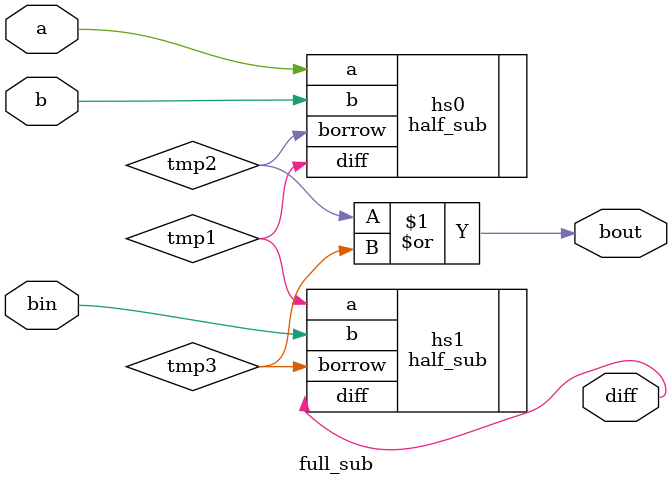
<source format=v>
module full_sub (
	input wire a,
	input wire b,
	input wire bin,
	output wire diff,
	output wire bout
);
	wire tmp1, tmp2, tmp3;

	//half_adder hs0 (.a_in(~a),   .b_in(b),    .sum_out(tmp1), .carry_out(tmp2));
	//half_adder hs1 (.a_in(tmp1), .b_in(bin),  .sum_out(diff), .carry_out(tmp3));
	half_sub hs0 (.a(a),   .b(b),    .diff(tmp1), .borrow(tmp2));
	half_sub hs1 (.a(tmp1),.b(bin),  .diff(diff), .borrow(tmp3));
	assign bout = tmp2 | tmp3;
endmodule

</source>
